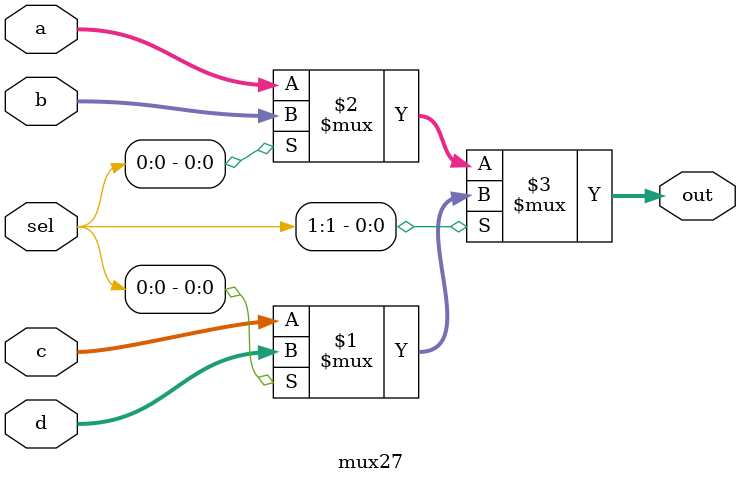
<source format=v>
module mux27(input [3:0] a,b,c,d,
input [1:0] sel, output [3:0] out);

    assign out = sel[1] ? (sel[0] ? d : c) : (sel[0] ? b : a);

endmodule
</source>
